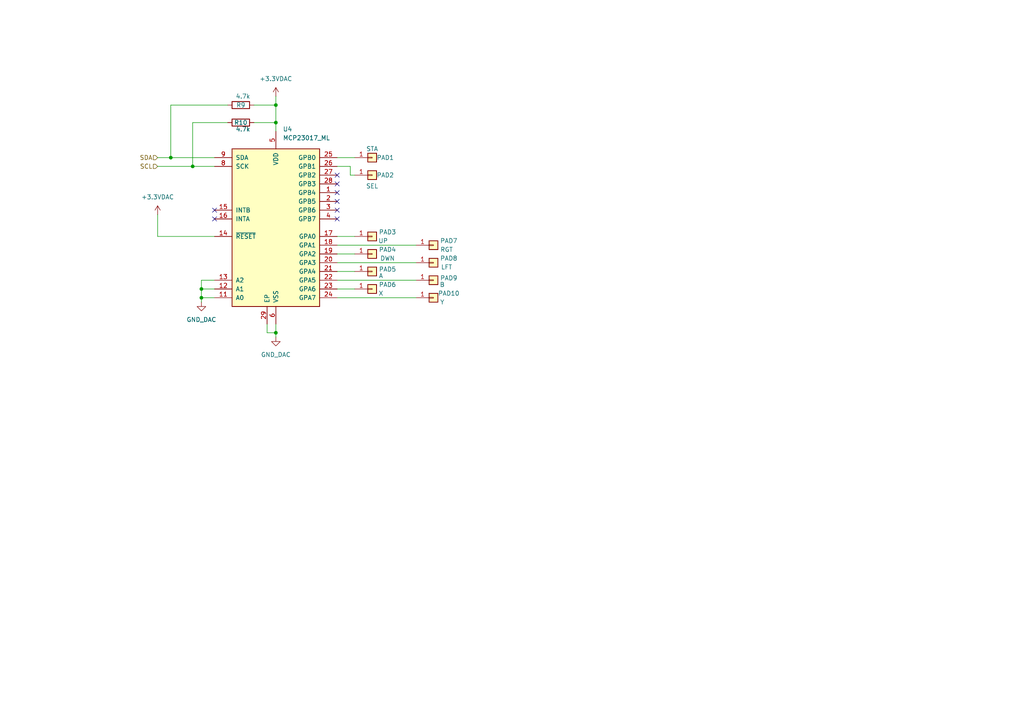
<source format=kicad_sch>
(kicad_sch (version 20250114) (generator "eeschema") (generator_version "9.0")
  (paper "A4")
  (lib_symbols
    (symbol "Connector_Generic:Conn_01x01" (pin_names (offset 1.016) (hide yes))
      (property "Reference" "J" (at 0 2.54 0))
      (property "Value" "Conn_01x01" (at 0 -2.54 0))
      (symbol "Conn_01x01_1_1"
        (rectangle (start -1.27 1.27) (end 1.27 -1.27) (stroke (width 0.254)) (fill (type background)))
        (rectangle (start -1.27 0.127) (end 0 -0.127) (stroke (width 0.1524)))
        (pin passive line (at -5.08 0 0) (length 3.81) (name "Pin_1") (number "1"))
      )
    )
    (symbol "Device:R" (pin_numbers (hide yes)) (pin_names (offset 0))
      (property "Reference" "R" (at 2.032 0 90))
      (property "Value" "R" (at 0 0 90))
      (symbol "R_0_1"
        (rectangle (start -1.016 -2.54) (end 1.016 2.54) (stroke (width 0.254)))
      )
      (symbol "R_1_1"
        (pin passive line (at 0 3.81 270) (length 1.27) (name "~") (number "1"))
        (pin passive line (at 0 -3.81 90) (length 1.27) (name "~") (number "2"))
      )
    )
    (symbol "Interface_Expansion:MCP23017_ML" (pin_names (offset 1.016))
      (property "Reference" "U" (at -11.43 24.13 0))
      (property "Value" "MCP23017_ML" (at 0 0 0))
      (symbol "MCP23017_ML_0_1"
        (rectangle (start -12.7 22.86) (end 12.7 -22.86) (stroke (width 0.254)) (fill (type background)))
      )
      (symbol "MCP23017_ML_1_1"
        (pin bidirectional line (at -17.78 20.32 0) (length 5.08) (name "SDA") (number "9"))
        (pin input line (at -17.78 17.78 0) (length 5.08) (name "SCK") (number "8"))
        (pin tri_state line (at -17.78 5.08 0) (length 5.08) (name "INTB") (number "15"))
        (pin tri_state line (at -17.78 2.54 0) (length 5.08) (name "INTA") (number "16"))
        (pin input line (at -17.78 -2.54 0) (length 5.08) (name "~{RESET}") (number "14"))
        (pin input line (at -17.78 -15.24 0) (length 5.08) (name "A2") (number "13"))
        (pin input line (at -17.78 -17.78 0) (length 5.08) (name "A1") (number "12"))
        (pin input line (at -17.78 -20.32 0) (length 5.08) (name "A0") (number "11"))
        (pin no_connect line (at -12.7 15.24 0) (length 5.08) (hide yes) (name "NC") (number "7"))
        (pin no_connect line (at -12.7 12.7 0) (length 5.08) (hide yes) (name "NC") (number "10"))
        (pin passive line (at -2.54 -27.94 90) (length 5.08) (name "EP") (number "29"))
        (pin power_in line (at 0 27.94 270) (length 5.08) (name "VDD") (number "5"))
        (pin power_in line (at 0 -27.94 90) (length 5.08) (name "VSS") (number "6"))
        (pin bidirectional line (at 17.78 20.32 180) (length 5.08) (name "GPB0") (number "25"))
        (pin bidirectional line (at 17.78 17.78 180) (length 5.08) (name "GPB1") (number "26"))
        (pin bidirectional line (at 17.78 15.24 180) (length 5.08) (name "GPB2") (number "27"))
        (pin bidirectional line (at 17.78 12.7 180) (length 5.08) (name "GPB3") (number "28"))
        (pin bidirectional line (at 17.78 10.16 180) (length 5.08) (name "GPB4") (number "1"))
        (pin bidirectional line (at 17.78 7.62 180) (length 5.08) (name "GPB5") (number "2"))
        (pin bidirectional line (at 17.78 5.08 180) (length 5.08) (name "GPB6") (number "3"))
        (pin bidirectional line (at 17.78 2.54 180) (length 5.08) (name "GPB7") (number "4"))
        (pin bidirectional line (at 17.78 -2.54 180) (length 5.08) (name "GPA0") (number "17"))
        (pin bidirectional line (at 17.78 -5.08 180) (length 5.08) (name "GPA1") (number "18"))
        (pin bidirectional line (at 17.78 -7.62 180) (length 5.08) (name "GPA2") (number "19"))
        (pin bidirectional line (at 17.78 -10.16 180) (length 5.08) (name "GPA3") (number "20"))
        (pin bidirectional line (at 17.78 -12.7 180) (length 5.08) (name "GPA4") (number "21"))
        (pin bidirectional line (at 17.78 -15.24 180) (length 5.08) (name "GPA5") (number "22"))
        (pin bidirectional line (at 17.78 -17.78 180) (length 5.08) (name "GPA6") (number "23"))
        (pin bidirectional line (at 17.78 -20.32 180) (length 5.08) (name "GPA7") (number "24"))
      )
    )
    (symbol "power:+3.3VDAC" (power) (pin_numbers (hide yes)) (pin_names (offset 0) (hide yes))
      (property "Value" "+3.3VDAC" (at 0 3.556 0))
      (symbol "+3.3VDAC_0_0"
        (pin power_in line (at 0 0 90) (length 0) (name "~") (number "1"))
      )
      (symbol "+3.3VDAC_0_1"
        (polyline (pts (xy -0.762 1.27) (xy 0 2.54)))
        (polyline (pts (xy 0 2.54) (xy 0.762 1.27)))
        (polyline (pts (xy 0 0) (xy 0 2.54)))
      )
    )
    (symbol "power:GND" (power) (pin_names (offset 0))
      (property "Value" "GND" (at 0 -3.81 0))
      (symbol "GND_0_1"
        (polyline (pts (xy 0 0) (xy 0 -1.27) (xy 1.27 -1.27) (xy 0 -2.54) (xy -1.27 -1.27) (xy 0 -1.27)))
      )
      (symbol "GND_1_1"
        (pin power_in line (at 0 0 270) (length 0) (hide yes) (name "GND") (number "1"))
      )
    )
  )
  (junction (at 80.01 30.48))
  (junction (at 80.01 35.56))
  (junction (at 55.88 48.26))
  (junction (at 58.42 83.82))
  (junction (at 58.42 86.36))
  (junction (at 80.01 96.52))
  (junction (at 49.53 45.72))
  (no_connect (at 97.79 55.88))
  (no_connect (at 62.23 60.96))
  (no_connect (at 62.23 63.5))
  (no_connect (at 97.79 58.42))
  (no_connect (at 97.79 50.8))
  (no_connect (at 97.79 60.96))
  (no_connect (at 97.79 63.5))
  (no_connect (at 97.79 53.34))
  (wire (pts (xy 97.79 86.36) (xy 120.65 86.36)))
  (wire (pts (xy 77.47 93.98) (xy 77.47 96.52)))
  (wire (pts (xy 45.72 62.23) (xy 45.72 68.58)))
  (wire (pts (xy 55.88 35.56) (xy 66.04 35.56)))
  (wire (pts (xy 58.42 81.28) (xy 62.23 81.28)))
  (wire (pts (xy 77.47 96.52) (xy 80.01 96.52)))
  (wire (pts (xy 80.01 35.56) (xy 80.01 30.48)))
  (wire (pts (xy 97.79 76.2) (xy 120.65 76.2)))
  (wire (pts (xy 97.79 73.66) (xy 102.87 73.66)))
  (wire (pts (xy 45.72 45.72) (xy 49.53 45.72)))
  (wire (pts (xy 58.42 86.36) (xy 62.23 86.36)))
  (wire (pts (xy 45.72 68.58) (xy 62.23 68.58)))
  (wire (pts (xy 101.6 50.8) (xy 102.87 50.8)))
  (wire (pts (xy 73.66 35.56) (xy 80.01 35.56)))
  (wire (pts (xy 97.79 78.74) (xy 102.87 78.74)))
  (wire (pts (xy 55.88 48.26) (xy 62.23 48.26)))
  (wire (pts (xy 97.79 71.12) (xy 120.65 71.12)))
  (wire (pts (xy 97.79 48.26) (xy 101.6 48.26)))
  (wire (pts (xy 101.6 48.26) (xy 101.6 50.8)))
  (wire (pts (xy 97.79 83.82) (xy 102.87 83.82)))
  (wire (pts (xy 58.42 83.82) (xy 62.23 83.82)))
  (wire (pts (xy 49.53 45.72) (xy 62.23 45.72)))
  (wire (pts (xy 97.79 45.72) (xy 102.87 45.72)))
  (wire (pts (xy 58.42 81.28) (xy 58.42 83.82)))
  (wire (pts (xy 55.88 35.56) (xy 55.88 48.26)))
  (wire (pts (xy 73.66 30.48) (xy 80.01 30.48)))
  (wire (pts (xy 97.79 68.58) (xy 102.87 68.58)))
  (wire (pts (xy 80.01 93.98) (xy 80.01 96.52)))
  (wire (pts (xy 58.42 83.82) (xy 58.42 86.36)))
  (wire (pts (xy 45.72 48.26) (xy 55.88 48.26)))
  (wire (pts (xy 80.01 30.48) (xy 80.01 27.94)))
  (wire (pts (xy 80.01 35.56) (xy 80.01 38.1)))
  (wire (pts (xy 49.53 30.48) (xy 49.53 45.72)))
  (wire (pts (xy 97.79 81.28) (xy 120.65 81.28)))
  (wire (pts (xy 58.42 86.36) (xy 58.42 87.63)))
  (wire (pts (xy 49.53 30.48) (xy 66.04 30.48)))
  (wire (pts (xy 80.01 96.52) (xy 80.01 97.79)))
  (hierarchical_label "SDA" (shape input) (at 45.72 45.72 180))
  (hierarchical_label "SCL" (shape input) (at 45.72 48.26 180))
  (symbol (lib_id "power:GND") (at 58.42 87.63 0) (unit 1)
    (property "Reference" "#PWR020" (effects (hide yes)))
    (property "Value" "GND_DAC" (at 58.42 92.71 0))
  )
  (symbol (lib_id "Connector_Generic:Conn_01x01") (at 107.95 50.8 0) (unit 1)
    (property "Reference" "PAD2" (at 111.76 50.8 0))
    (property "Value" "SEL" (at 107.95 53.975 0))
    (property "Footprint" "TestPoint:TestPoint_Pad_2.0x2.0mm" (effects (hide yes)))
  )
  (symbol (lib_id "Connector_Generic:Conn_01x01") (at 107.95 73.66 0) (unit 1)
    (property "Reference" "PAD4" (at 112.395 72.39 0))
    (property "Value" "DWN" (at 112.395 74.93 0))
    (property "Footprint" "TestPoint:TestPoint_Pad_2.0x2.0mm" (effects (hide yes)))
  )
  (symbol (lib_id "power:GND") (at 80.01 97.79 0) (unit 1)
    (property "Reference" "#PWR022" (effects (hide yes)))
    (property "Value" "GND_DAC" (at 80.01 102.87 0))
  )
  (symbol (lib_id "Connector_Generic:Conn_01x01") (at 107.95 78.74 0) (unit 1)
    (property "Reference" "PAD5" (at 112.395 78.105 0))
    (property "Value" "A" (at 110.49 80.01 0))
    (property "Footprint" "TestPoint:TestPoint_Pad_2.0x2.0mm" (effects (hide yes)))
  )
  (symbol (lib_id "Device:R") (at 69.85 30.48 90) (unit 1) (in_bom no)
    (property "Reference" "R9" (at 69.85 30.48 90))
    (property "Value" "4.7k" (at 70.485 27.94 90))
    (property "Footprint" "Resistor_SMD:R_0603_1608Metric" (effects (hide yes)))
  )
  (symbol (lib_id "power:+3.3VDAC") (at 80.01 27.94 0) (unit 1)
    (property "Reference" "#PWR021" (effects (hide yes)))
    (property "Value" "+3.3VDAC" (at 80.01 22.86 0))
    (property "Description" "Power symbol creates a global label with name \"+3.3VDAC\"" (effects (hide yes)))
  )
  (symbol (lib_id "Connector_Generic:Conn_01x01") (at 125.73 71.12 0) (unit 1)
    (property "Reference" "PAD7" (at 130.175 69.85 0))
    (property "Value" "RGT" (at 129.54 72.39 0))
    (property "Footprint" "TestPoint:TestPoint_Pad_2.0x2.0mm" (effects (hide yes)))
  )
  (symbol (lib_id "power:+3.3VDAC") (at 45.72 62.23 0) (unit 1)
    (property "Reference" "#PWR017" (effects (hide yes)))
    (property "Value" "+3.3VDAC" (at 45.72 57.15 0))
    (property "Description" "Power symbol creates a global label with name \"+3.3VDAC\"" (effects (hide yes)))
  )
  (symbol (lib_id "Connector_Generic:Conn_01x01") (at 107.95 83.82 0) (unit 1)
    (property "Reference" "PAD6" (at 112.395 82.55 0))
    (property "Value" "X" (at 110.49 85.09 0))
    (property "Footprint" "TestPoint:TestPoint_Pad_2.0x2.0mm" (effects (hide yes)))
  )
  (symbol (lib_id "Interface_Expansion:MCP23017_ML") (at 80.01 66.04 0) (unit 1)
    (property "Reference" "U4" (at 82.0294 37.465 0) (effects (justify left)))
    (property "Value" "MCP23017_ML" (at 82.0294 40.005 0) (effects (justify left)))
    (property "Footprint" "Package_DFN_QFN:QFN-28-1EP_6x6mm_P0.65mm_EP4.25x4.25mm" (effects (hide yes)))
    (property "Datasheet" "http://ww1.microchip.com/downloads/en/DeviceDoc/20001952C.pdf" (effects (hide yes)))
  )
  (symbol (lib_id "Connector_Generic:Conn_01x01") (at 125.73 86.36 0) (unit 1)
    (property "Reference" "PAD10" (at 130.175 85.09 0))
    (property "Value" "Y" (at 128.27 87.63 0))
    (property "Footprint" "TestPoint:TestPoint_Pad_2.0x2.0mm" (effects (hide yes)))
  )
  (symbol (lib_id "Connector_Generic:Conn_01x01") (at 107.95 45.72 0) (unit 1)
    (property "Reference" "PAD1" (at 111.76 45.72 0))
    (property "Value" "STA" (at 107.95 43.18 0))
    (property "Footprint" "TestPoint:TestPoint_Pad_2.0x2.0mm" (effects (hide yes)))
  )
  (symbol (lib_id "Device:R") (at 69.85 35.56 90) (unit 1) (in_bom no)
    (property "Reference" "R10" (at 69.85 35.56 90))
    (property "Value" "4.7k" (at 70.485 37.465 90))
    (property "Footprint" "Resistor_SMD:R_0603_1608Metric" (effects (hide yes)))
  )
  (symbol (lib_id "Connector_Generic:Conn_01x01") (at 125.73 81.28 0) (unit 1)
    (property "Reference" "PAD9" (at 130.175 80.645 0))
    (property "Value" "B" (at 128.27 82.55 0))
    (property "Footprint" "TestPoint:TestPoint_Pad_2.0x2.0mm" (effects (hide yes)))
  )
  (symbol (lib_id "Connector_Generic:Conn_01x01") (at 107.95 68.58 0) (unit 1)
    (property "Reference" "PAD3" (at 112.395 67.31 0))
    (property "Value" "UP" (at 111.125 69.85 0))
    (property "Footprint" "TestPoint:TestPoint_Pad_2.0x2.0mm" (effects (hide yes)))
  )
  (symbol (lib_id "Connector_Generic:Conn_01x01") (at 125.73 76.2 0) (unit 1)
    (property "Reference" "PAD8" (at 130.175 74.93 0))
    (property "Value" "LFT" (at 129.54 77.47 0))
    (property "Footprint" "TestPoint:TestPoint_Pad_2.0x2.0mm" (effects (hide yes)))
  )
)
</source>
